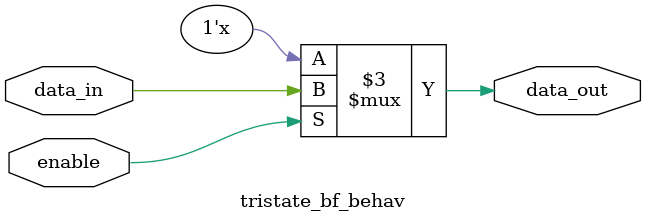
<source format=v>
`timescale 1ns / 1ps
module tristate_bf_behav (input data_in, input enable, output reg data_out);

  always @ (data_in or enable) begin
    if (enable) begin
      data_out <= data_in;
    end else begin
      data_out <= 1'bz;
    end
  end

endmodule

</source>
